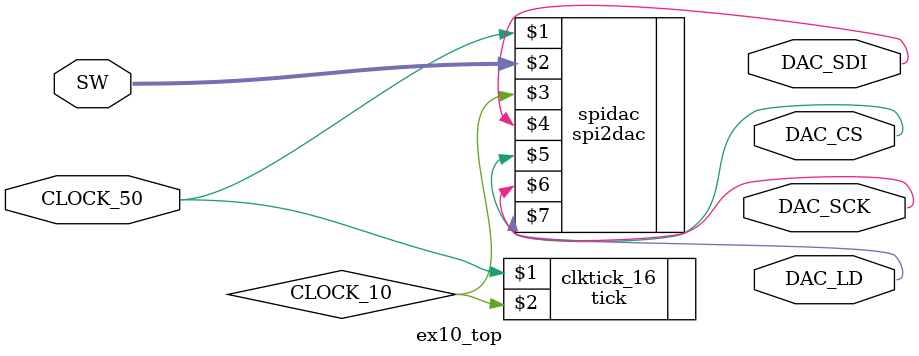
<source format=v>
module ex10_top(
	SW,
	CLOCK_50,
	DAC_CS,
	DAC_SDI,
	DAC_LD,
	DAC_SCK
);

input [9:0] SW;
input CLOCK_50;

output DAC_CS;
output DAC_SDI;
output DAC_LD;
output DAC_SCK;

wire CLOCK_10;

tick clktick_16(CLOCK_50, CLOCK_10);

spi2dac spidac (CLOCK_50, SW, CLOCK_10, DAC_SDI, DAC_CS, DAC_SCK, DAC_LD);
 


endmodule
</source>
